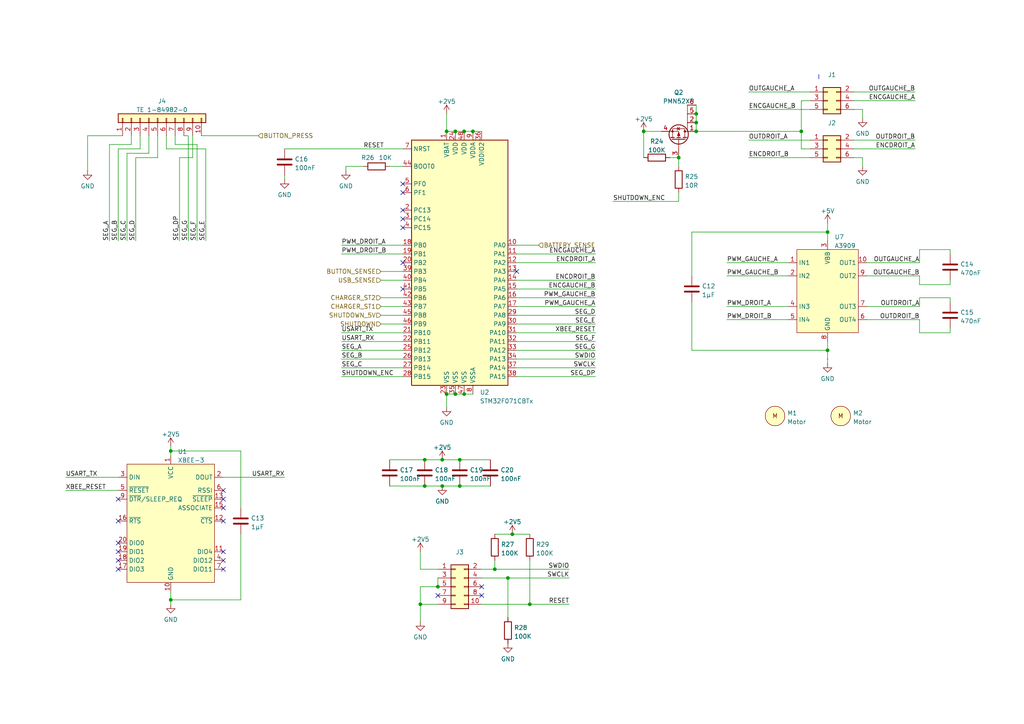
<source format=kicad_sch>
(kicad_sch (version 20211123) (generator eeschema)
  (paper "A4")
  (title_block (title "CPU + Com + Motors") (date "2023-03-29") (rev "2.1") (company "INSA - GEI"))
  (lib_symbols
    (symbol "Connector_Generic:Conn_01x10" (pin_names (offset 1.016) hide)
      (property "Reference" "J" (at 0 12.7 0))
      (property "Value" "Conn_01x10" (at 0 -15.24 0))
      (symbol "Conn_01x10_1_1"
        (rectangle (start -1.27 -12.573) (end 0 -12.827) (stroke (width 0.1524)))
        (rectangle (start -1.27 -10.033) (end 0 -10.287) (stroke (width 0.1524)))
        (rectangle (start -1.27 -7.493) (end 0 -7.747) (stroke (width 0.1524)))
        (rectangle (start -1.27 -4.953) (end 0 -5.207) (stroke (width 0.1524)))
        (rectangle (start -1.27 -2.413) (end 0 -2.667) (stroke (width 0.1524)))
        (rectangle (start -1.27 0.127) (end 0 -0.127) (stroke (width 0.1524)))
        (rectangle (start -1.27 2.667) (end 0 2.413) (stroke (width 0.1524)))
        (rectangle (start -1.27 5.207) (end 0 4.953) (stroke (width 0.1524)))
        (rectangle (start -1.27 7.747) (end 0 7.493) (stroke (width 0.1524)))
        (rectangle (start -1.27 10.287) (end 0 10.033) (stroke (width 0.1524)))
        (rectangle (start -1.27 11.43) (end 1.27 -13.97) (stroke (width 0.254)) (fill (type background)))
        (pin passive line (at -5.08 10.16 0) (length 3.81) (name "Pin_1") (number "1"))
        (pin passive line (at -5.08 -12.7 0) (length 3.81) (name "Pin_10") (number "10"))
        (pin passive line (at -5.08 7.62 0) (length 3.81) (name "Pin_2") (number "2"))
        (pin passive line (at -5.08 5.08 0) (length 3.81) (name "Pin_3") (number "3"))
        (pin passive line (at -5.08 2.54 0) (length 3.81) (name "Pin_4") (number "4"))
        (pin passive line (at -5.08 0 0) (length 3.81) (name "Pin_5") (number "5"))
        (pin passive line (at -5.08 -2.54 0) (length 3.81) (name "Pin_6") (number "6"))
        (pin passive line (at -5.08 -5.08 0) (length 3.81) (name "Pin_7") (number "7"))
        (pin passive line (at -5.08 -7.62 0) (length 3.81) (name "Pin_8") (number "8"))
        (pin passive line (at -5.08 -10.16 0) (length 3.81) (name "Pin_9") (number "9"))
      )
    )
    (symbol "Connector_Generic:Conn_02x03_Odd_Even" (pin_names (offset 1.016) hide)
      (property "Reference" "J" (at 1.27 5.08 0))
      (property "Value" "Conn_02x03_Odd_Even" (at 1.27 -5.08 0))
      (symbol "Conn_02x03_Odd_Even_1_1"
        (rectangle (start -1.27 -2.413) (end 0 -2.667) (stroke (width 0.1524)))
        (rectangle (start -1.27 0.127) (end 0 -0.127) (stroke (width 0.1524)))
        (rectangle (start -1.27 2.667) (end 0 2.413) (stroke (width 0.1524)))
        (rectangle (start -1.27 3.81) (end 3.81 -3.81) (stroke (width 0.254)) (fill (type background)))
        (rectangle (start 3.81 -2.413) (end 2.54 -2.667) (stroke (width 0.1524)))
        (rectangle (start 3.81 0.127) (end 2.54 -0.127) (stroke (width 0.1524)))
        (rectangle (start 3.81 2.667) (end 2.54 2.413) (stroke (width 0.1524)))
        (pin passive line (at -5.08 2.54 0) (length 3.81) (name "Pin_1") (number "1"))
        (pin passive line (at 7.62 2.54 180) (length 3.81) (name "Pin_2") (number "2"))
        (pin passive line (at -5.08 0 0) (length 3.81) (name "Pin_3") (number "3"))
        (pin passive line (at 7.62 0 180) (length 3.81) (name "Pin_4") (number "4"))
        (pin passive line (at -5.08 -2.54 0) (length 3.81) (name "Pin_5") (number "5"))
        (pin passive line (at 7.62 -2.54 180) (length 3.81) (name "Pin_6") (number "6"))
      )
    )
    (symbol "Connector_Generic:Conn_02x05_Odd_Even" (pin_names (offset 1.016) hide)
      (property "Reference" "J" (at 1.27 7.62 0))
      (property "Value" "Conn_02x05_Odd_Even" (at 1.27 -7.62 0))
      (symbol "Conn_02x05_Odd_Even_1_1"
        (rectangle (start -1.27 -4.953) (end 0 -5.207) (stroke (width 0.1524)))
        (rectangle (start -1.27 -2.413) (end 0 -2.667) (stroke (width 0.1524)))
        (rectangle (start -1.27 0.127) (end 0 -0.127) (stroke (width 0.1524)))
        (rectangle (start -1.27 2.667) (end 0 2.413) (stroke (width 0.1524)))
        (rectangle (start -1.27 5.207) (end 0 4.953) (stroke (width 0.1524)))
        (rectangle (start -1.27 6.35) (end 3.81 -6.35) (stroke (width 0.254)) (fill (type background)))
        (rectangle (start 3.81 -4.953) (end 2.54 -5.207) (stroke (width 0.1524)))
        (rectangle (start 3.81 -2.413) (end 2.54 -2.667) (stroke (width 0.1524)))
        (rectangle (start 3.81 0.127) (end 2.54 -0.127) (stroke (width 0.1524)))
        (rectangle (start 3.81 2.667) (end 2.54 2.413) (stroke (width 0.1524)))
        (rectangle (start 3.81 5.207) (end 2.54 4.953) (stroke (width 0.1524)))
        (pin passive line (at -5.08 5.08 0) (length 3.81) (name "Pin_1") (number "1"))
        (pin passive line (at 7.62 -5.08 180) (length 3.81) (name "Pin_10") (number "10"))
        (pin passive line (at 7.62 5.08 180) (length 3.81) (name "Pin_2") (number "2"))
        (pin passive line (at -5.08 2.54 0) (length 3.81) (name "Pin_3") (number "3"))
        (pin passive line (at 7.62 2.54 180) (length 3.81) (name "Pin_4") (number "4"))
        (pin passive line (at -5.08 0 0) (length 3.81) (name "Pin_5") (number "5"))
        (pin passive line (at 7.62 0 180) (length 3.81) (name "Pin_6") (number "6"))
        (pin passive line (at -5.08 -2.54 0) (length 3.81) (name "Pin_7") (number "7"))
        (pin passive line (at 7.62 -2.54 180) (length 3.81) (name "Pin_8") (number "8"))
        (pin passive line (at -5.08 -5.08 0) (length 3.81) (name "Pin_9") (number "9"))
      )
    )
    (symbol "Device:C" (pin_numbers hide) (pin_names (offset 0.254))
      (property "Reference" "C" (at 0.635 2.54 0))
      (property "Value" "C" (at 0.635 -2.54 0))
      (symbol "C_0_1"
        (polyline (pts (xy -2.032 -0.762) (xy 2.032 -0.762)) (stroke (width 0.508)))
        (polyline (pts (xy -2.032 0.762) (xy 2.032 0.762)) (stroke (width 0.508)))
      )
      (symbol "C_1_1"
        (pin passive line (at 0 3.81 270) (length 2.794) (name "~") (number "1"))
        (pin passive line (at 0 -3.81 90) (length 2.794) (name "~") (number "2"))
      )
    )
    (symbol "Device:R" (pin_numbers hide) (pin_names (offset 0))
      (property "Reference" "R" (at 2.032 0 90))
      (property "Value" "R" (at 0 0 90))
      (symbol "R_0_1"
        (rectangle (start -1.016 -2.54) (end 1.016 2.54) (stroke (width 0.254)))
      )
      (symbol "R_1_1"
        (pin passive line (at 0 3.81 270) (length 1.27) (name "~") (number "1"))
        (pin passive line (at 0 -3.81 90) (length 1.27) (name "~") (number "2"))
      )
    )
    (symbol "Insa:A3909"
      (property "Reference" "U" (at -7.62 15.24 0))
      (property "Value" "A3909" (at 6.35 -13.97 0))
      (symbol "A3909_0_1"
        (rectangle (start -8.89 12.7) (end 8.89 -11.43) (stroke (width 0.1524)) (fill (type background)))
        (rectangle (start 0 -19.05) (end 0 -19.05) (stroke (width 0.1524)))
        (rectangle (start 0 -19.05) (end 0 -19.05) (stroke (width 0.1524)))
        (rectangle (start 0 -19.05) (end 0 -19.05) (stroke (width 0.1524)))
        (rectangle (start 0 -19.05) (end 0 -19.05) (stroke (width 0.1524)))
      )
      (symbol "A3909_1_1"
        (pin input line (at -11.43 8.89 0) (length 2.54) (name "IN1") (number "1"))
        (pin output line (at 11.43 8.89 180) (length 2.54) (name "OUT1") (number "10"))
        (pin input line (at -11.43 5.08 0) (length 2.54) (name "IN2") (number "2"))
        (pin power_in line (at 0 15.24 270) (length 2.54) (name "VBB") (number "3"))
        (pin input line (at -11.43 -3.81 0) (length 2.54) (name "IN3") (number "4"))
        (pin input line (at -11.43 -7.62 0) (length 2.54) (name "IN4") (number "5"))
        (pin output line (at 11.43 -7.62 180) (length 2.54) (name "OUT4") (number "6"))
        (pin output line (at 11.43 -3.81 180) (length 2.54) (name "OUT3") (number "7"))
        (pin power_in line (at 0 -13.97 90) (length 2.54) (name "GND") (number "8"))
        (pin output line (at 11.43 5.08 180) (length 2.54) (name "OUT2") (number "9"))
      )
    )
    (symbol "Insa:Motor"
      (property "Reference" "M" (at 0 3.81 0))
      (property "Value" "Motor" (at 0 -5.08 0))
      (symbol "Motor_0_0"
        (text "M" (at 0 0 0) (effects (font (size 1.27 1.27))))
      )
      (symbol "Motor_0_1"
        (circle (center 0 0) (radius 2.8398) (stroke (width 0.1524)) (fill (type background)))
      )
    )
    (symbol "Insa:PMN52XP" (pin_names (offset 0) hide)
      (property "Reference" "Q" (at 5.08 1.27 0))
      (property "Value" "PMN52XP" (at 5.08 -1.27 0))
      (symbol "PMN52XP_0_1"
        (polyline (pts (xy 0.254 0) (xy -2.54 0)))
        (polyline (pts (xy 0.254 1.905) (xy 0.254 -1.905)) (stroke (width 0.254)))
        (polyline (pts (xy 0.762 -1.27) (xy 0.762 -2.286)) (stroke (width 0.254)))
        (polyline (pts (xy 0.762 0.508) (xy 0.762 -0.508)) (stroke (width 0.254)))
        (polyline (pts (xy 0.762 2.286) (xy 0.762 1.27)) (stroke (width 0.254)))
        (polyline (pts (xy 10.16 2.54) (xy 5.08 2.54)) (stroke (width 0.1524)))
        (polyline (pts (xy 2.54 -2.54) (xy 2.54 0) (xy 0.762 0)))
        (polyline (pts (xy 5.08 2.54) (xy 2.54 2.54) (xy 2.54 1.778)))
        (polyline (pts (xy 0.762 1.778) (xy 3.302 1.778) (xy 3.302 -1.778) (xy 0.762 -1.778)))
        (polyline (pts (xy 2.286 0) (xy 1.27 0.381) (xy 1.27 -0.381) (xy 2.286 0)) (fill (type outline)))
        (polyline (pts (xy 2.794 -0.508) (xy 2.921 -0.381) (xy 3.683 -0.381) (xy 3.81 -0.254)))
        (polyline (pts (xy 3.302 -0.381) (xy 2.921 0.254) (xy 3.683 0.254) (xy 3.302 -0.381)))
        (circle (center 1.651 0) (radius 2.794) (stroke (width 0.254)))
        (circle (center 2.54 -1.778) (radius 0.254) (fill (type outline)))
        (circle (center 2.54 1.778) (radius 0.254) (fill (type outline)))
      )
      (symbol "PMN52XP_1_1"
        (pin passive line (at 2.54 5.08 270) (length 2.54) (name "D") (number "1"))
        (pin passive line (at 5.08 5.08 270) (length 2.54) (name "D") (number "2"))
        (pin input line (at -5.08 0 0) (length 2.54) (name "G") (number "3"))
        (pin passive line (at 2.54 -5.08 90) (length 2.54) (name "S") (number "4"))
        (pin passive line (at 7.62 5.08 270) (length 2.54) (name "D") (number "5"))
        (pin passive line (at 10.16 5.08 270) (length 2.54) (name "D") (number "6"))
      )
    )
    (symbol "Insa:XBEE-3"
      (property "Reference" "U" (at -21.59 -17.78 0))
      (property "Value" "XBEE-3" (at -21.59 -17.78 0))
      (symbol "XBEE-3_0_1"
        (rectangle (start -12.7 36.83) (end 12.7 2.54) (stroke (width 0.1524)) (fill (type background)))
      )
      (symbol "XBEE-3_1_1"
        (pin power_in line (at 0 39.37 270) (length 2.54) (name "VCC") (number "1"))
        (pin power_in line (at 0 0 90) (length 2.54) (name "GND") (number "10"))
        (pin bidirectional line (at 15.24 11.43 180) (length 2.54) (name "DIO4") (number "11"))
        (pin output line (at 15.24 20.32 180) (length 2.54) (name "~{CTS}") (number "12"))
        (pin output line (at 15.24 26.67 180) (length 2.54) (name "~{SLEEP}") (number "13"))
        (pin output line (at 15.24 24.13 180) (length 2.54) (name "ASSOCIATE") (number "15"))
        (pin input line (at -15.24 20.32 0) (length 2.54) (name "~{RTS}") (number "16"))
        (pin bidirectional line (at -15.24 6.35 0) (length 2.54) (name "DIO3") (number "17"))
        (pin bidirectional line (at -15.24 8.89 0) (length 2.54) (name "DIO2") (number "18"))
        (pin bidirectional line (at -15.24 11.43 0) (length 2.54) (name "DIO1") (number "19"))
        (pin output line (at 15.24 33.02 180) (length 2.54) (name "DOUT") (number "2"))
        (pin bidirectional line (at -15.24 13.97 0) (length 2.54) (name "DIO0") (number "20"))
        (pin input line (at -15.24 33.02 0) (length 2.54) (name "DIN") (number "3"))
        (pin bidirectional line (at 15.24 8.89 180) (length 2.54) (name "DIO12") (number "4"))
        (pin input line (at -15.24 29.21 0) (length 2.54) (name "~{RESET}") (number "5"))
        (pin output line (at 15.24 29.21 180) (length 2.54) (name "RSSI") (number "6"))
        (pin bidirectional line (at 15.24 6.35 180) (length 2.54) (name "DIO11") (number "7"))
        (pin input line (at -15.24 26.67 0) (length 2.54) (name "~{DTR}/SLEEP_REQ") (number "9"))
      )
    )
    (symbol "MCU_ST_STM32F0:STM32F071CBTx"
      (property "Reference" "U" (at -15.24 36.83 0))
      (property "Value" "STM32F071CBTx" (at 7.62 36.83 0))
      (symbol "STM32F071CBTx_0_1"
        (rectangle (start -15.24 -35.56) (end 12.7 35.56) (stroke (width 0.254)) (fill (type background)))
      )
      (symbol "STM32F071CBTx_1_1"
        (pin power_in line (at -5.08 38.1 270) (length 2.54) (name "VBAT") (number "1"))
        (pin bidirectional line (at 15.24 5.08 180) (length 2.54) (name "PA0") (number "10"))
        (pin bidirectional line (at 15.24 2.54 180) (length 2.54) (name "PA1") (number "11"))
        (pin bidirectional line (at 15.24 0 180) (length 2.54) (name "PA2") (number "12"))
        (pin bidirectional line (at 15.24 -2.54 180) (length 2.54) (name "PA3") (number "13"))
        (pin bidirectional line (at 15.24 -5.08 180) (length 2.54) (name "PA4") (number "14"))
        (pin bidirectional line (at 15.24 -7.62 180) (length 2.54) (name "PA5") (number "15"))
        (pin bidirectional line (at 15.24 -10.16 180) (length 2.54) (name "PA6") (number "16"))
        (pin bidirectional line (at 15.24 -12.7 180) (length 2.54) (name "PA7") (number "17"))
        (pin bidirectional line (at -17.78 5.08 0) (length 2.54) (name "PB0") (number "18"))
        (pin bidirectional line (at -17.78 2.54 0) (length 2.54) (name "PB1") (number "19"))
        (pin bidirectional line (at -17.78 15.24 0) (length 2.54) (name "PC13") (number "2"))
        (pin bidirectional line (at -17.78 0 0) (length 2.54) (name "PB2") (number "20"))
        (pin bidirectional line (at -17.78 -20.32 0) (length 2.54) (name "PB10") (number "21"))
        (pin bidirectional line (at -17.78 -22.86 0) (length 2.54) (name "PB11") (number "22"))
        (pin power_in line (at -5.08 -38.1 90) (length 2.54) (name "VSS") (number "23"))
        (pin power_in line (at -2.54 38.1 270) (length 2.54) (name "VDD") (number "24"))
        (pin bidirectional line (at -17.78 -25.4 0) (length 2.54) (name "PB12") (number "25"))
        (pin bidirectional line (at -17.78 -27.94 0) (length 2.54) (name "PB13") (number "26"))
        (pin bidirectional line (at -17.78 -30.48 0) (length 2.54) (name "PB14") (number "27"))
        (pin bidirectional line (at -17.78 -33.02 0) (length 2.54) (name "PB15") (number "28"))
        (pin bidirectional line (at 15.24 -15.24 180) (length 2.54) (name "PA8") (number "29"))
        (pin bidirectional line (at -17.78 12.7 0) (length 2.54) (name "PC14") (number "3"))
        (pin bidirectional line (at 15.24 -17.78 180) (length 2.54) (name "PA9") (number "30"))
        (pin bidirectional line (at 15.24 -20.32 180) (length 2.54) (name "PA10") (number "31"))
        (pin bidirectional line (at 15.24 -22.86 180) (length 2.54) (name "PA11") (number "32"))
        (pin bidirectional line (at 15.24 -25.4 180) (length 2.54) (name "PA12") (number "33"))
        (pin bidirectional line (at 15.24 -27.94 180) (length 2.54) (name "PA13") (number "34"))
        (pin power_in line (at -2.54 -38.1 90) (length 2.54) (name "VSS") (number "35"))
        (pin power_in line (at 5.08 38.1 270) (length 2.54) (name "VDDIO2") (number "36"))
        (pin bidirectional line (at 15.24 -30.48 180) (length 2.54) (name "PA14") (number "37"))
        (pin bidirectional line (at 15.24 -33.02 180) (length 2.54) (name "PA15") (number "38"))
        (pin bidirectional line (at -17.78 -2.54 0) (length 2.54) (name "PB3") (number "39"))
        (pin bidirectional line (at -17.78 10.16 0) (length 2.54) (name "PC15") (number "4"))
        (pin bidirectional line (at -17.78 -5.08 0) (length 2.54) (name "PB4") (number "40"))
        (pin bidirectional line (at -17.78 -7.62 0) (length 2.54) (name "PB5") (number "41"))
        (pin bidirectional line (at -17.78 -10.16 0) (length 2.54) (name "PB6") (number "42"))
        (pin bidirectional line (at -17.78 -12.7 0) (length 2.54) (name "PB7") (number "43"))
        (pin input line (at -17.78 27.94 0) (length 2.54) (name "BOOT0") (number "44"))
        (pin bidirectional line (at -17.78 -15.24 0) (length 2.54) (name "PB8") (number "45"))
        (pin bidirectional line (at -17.78 -17.78 0) (length 2.54) (name "PB9") (number "46"))
        (pin power_in line (at 0 -38.1 90) (length 2.54) (name "VSS") (number "47"))
        (pin power_in line (at 0 38.1 270) (length 2.54) (name "VDD") (number "48"))
        (pin input line (at -17.78 22.86 0) (length 2.54) (name "PF0") (number "5"))
        (pin input line (at -17.78 20.32 0) (length 2.54) (name "PF1") (number "6"))
        (pin input line (at -17.78 33.02 0) (length 2.54) (name "NRST") (number "7"))
        (pin power_in line (at 2.54 -38.1 90) (length 2.54) (name "VSSA") (number "8"))
        (pin power_in line (at 2.54 38.1 270) (length 2.54) (name "VDDA") (number "9"))
      )
    )
    (symbol "power:+2V5" (power) (pin_names (offset 0))
      (property "Value" "+2V5" (at 0 3.556 0))
      (symbol "+2V5_0_1"
        (polyline (pts (xy -0.762 1.27) (xy 0 2.54)))
        (polyline (pts (xy 0 0) (xy 0 2.54)))
        (polyline (pts (xy 0 2.54) (xy 0.762 1.27)))
      )
      (symbol "+2V5_1_1"
        (pin power_in line (at 0 0 90) (length 0) hide (name "+2V5") (number "1"))
      )
    )
    (symbol "power:+5V" (power) (pin_names (offset 0))
      (property "Value" "+5V" (at 0 3.556 0))
      (symbol "+5V_0_1"
        (polyline (pts (xy -0.762 1.27) (xy 0 2.54)))
        (polyline (pts (xy 0 0) (xy 0 2.54)))
        (polyline (pts (xy 0 2.54) (xy 0.762 1.27)))
      )
      (symbol "+5V_1_1"
        (pin power_in line (at 0 0 90) (length 0) hide (name "+5V") (number "1"))
      )
    )
    (symbol "power:GND" (power) (pin_names (offset 0))
      (property "Value" "GND" (at 0 -3.81 0))
      (symbol "GND_0_1"
        (polyline (pts (xy 0 0) (xy 0 -1.27) (xy 1.27 -1.27) (xy 0 -2.54) (xy -1.27 -1.27) (xy 0 -1.27)))
      )
      (symbol "GND_1_1"
        (pin power_in line (at 0 0 270) (length 0) hide (name "GND") (number "1"))
      )
    )
  )
  (junction (at 129.54 38.1))
  (junction (at 128.27 140.97))
  (junction (at 132.08 114.3))
  (junction (at 240.03 101.6))
  (junction (at 201.93 33.02))
  (junction (at 49.53 130.81))
  (junction (at 240.03 67.31))
  (junction (at 201.93 38.1))
  (junction (at 153.67 175.26))
  (junction (at 201.93 35.56))
  (junction (at 49.53 173.99))
  (junction (at 123.19 140.97))
  (junction (at 186.69 38.1))
  (junction (at 127 170.18))
  (junction (at 196.85 45.72))
  (junction (at 147.32 167.64))
  (junction (at 143.51 165.1))
  (junction (at 137.16 38.1))
  (junction (at 232.41 38.1))
  (junction (at 134.62 114.3))
  (junction (at 148.59 154.94))
  (junction (at 132.08 38.1))
  (junction (at 134.62 38.1))
  (junction (at 133.35 133.35))
  (junction (at 133.35 140.97))
  (junction (at 128.27 133.35))
  (junction (at 129.54 114.3))
  (junction (at 121.92 175.26))
  (junction (at 123.19 133.35))
  (no_connect (at 116.84 66.04))
  (no_connect (at 149.86 78.74))
  (no_connect (at 116.84 83.82))
  (no_connect (at 116.84 76.2))
  (no_connect (at 116.84 60.96))
  (no_connect (at 116.84 63.5))
  (no_connect (at 116.84 55.88))
  (no_connect (at 116.84 53.34))
  (no_connect (at 34.29 144.78))
  (no_connect (at 64.77 151.13))
  (no_connect (at 64.77 160.02))
  (no_connect (at 64.77 162.56))
  (no_connect (at 64.77 165.1))
  (no_connect (at 64.77 142.24))
  (no_connect (at 64.77 144.78))
  (no_connect (at 64.77 147.32))
  (no_connect (at 34.29 165.1))
  (no_connect (at 34.29 162.56))
  (no_connect (at 34.29 160.02))
  (no_connect (at 34.29 157.48))
  (no_connect (at 34.29 151.13))
  (no_connect (at 127 172.72))
  (no_connect (at 139.7 172.72))
  (no_connect (at 139.7 170.18))
  (wire (pts (xy 250.19 31.75) (xy 250.19 34.29)))
  (wire (pts (xy 275.59 82.55) (xy 275.59 81.28)))
  (wire (pts (xy 200.66 67.31) (xy 240.03 67.31)))
  (wire (pts (xy 43.18 44.45) (xy 43.18 39.37)))
  (wire (pts (xy 39.37 45.72) (xy 39.37 69.85)))
  (wire (pts (xy 99.06 71.12) (xy 116.84 71.12)))
  (wire (pts (xy 232.41 43.18) (xy 234.95 43.18)))
  (wire (pts (xy 251.46 88.9) (xy 266.7 88.9)))
  (wire (pts (xy 201.93 35.56) (xy 201.93 38.1)))
  (wire (pts (xy 201.93 30.48) (xy 201.93 33.02)))
  (wire (pts (xy 266.7 88.9) (xy 266.7 86.36)))
  (wire (pts (xy 35.56 39.37) (xy 25.4 39.37)))
  (wire (pts (xy 129.54 114.3) (xy 129.54 118.11)))
  (wire (pts (xy 127 170.18) (xy 121.92 170.18)))
  (wire (pts (xy 247.65 31.75) (xy 250.19 31.75)))
  (wire (pts (xy 121.92 175.26) (xy 121.92 180.34)))
  (wire (pts (xy 113.03 133.35) (xy 123.19 133.35)))
  (wire (pts (xy 82.55 50.8) (xy 82.55 52.07)))
  (wire (pts (xy 132.08 114.3) (xy 134.62 114.3)))
  (wire (pts (xy 128.27 133.35) (xy 133.35 133.35)))
  (wire (pts (xy 19.05 142.24) (xy 34.29 142.24)))
  (wire (pts (xy 99.06 106.68) (xy 116.84 106.68)))
  (wire (pts (xy 149.86 109.22) (xy 172.72 109.22)))
  (wire (pts (xy 232.41 38.1) (xy 232.41 43.18)))
  (wire (pts (xy 247.65 40.64) (xy 265.43 40.64)))
  (wire (pts (xy 52.07 45.72) (xy 52.07 69.85)))
  (wire (pts (xy 200.66 80.01) (xy 200.66 67.31)))
  (wire (pts (xy 64.77 138.43) (xy 82.55 138.43)))
  (wire (pts (xy 69.85 130.81) (xy 69.85 147.32)))
  (wire (pts (xy 99.06 104.14) (xy 116.84 104.14)))
  (wire (pts (xy 217.17 45.72) (xy 234.95 45.72)))
  (wire (pts (xy 196.85 55.88) (xy 196.85 58.42)))
  (wire (pts (xy 132.08 38.1) (xy 134.62 38.1)))
  (wire (pts (xy 149.86 83.82) (xy 172.72 83.82)))
  (wire (pts (xy 36.83 44.45) (xy 36.83 69.85)))
  (wire (pts (xy 34.29 43.18) (xy 40.64 43.18)))
  (wire (pts (xy 266.7 92.71) (xy 266.7 96.52)))
  (wire (pts (xy 275.59 72.39) (xy 275.59 73.66)))
  (wire (pts (xy 275.59 95.25) (xy 275.59 96.52)))
  (wire (pts (xy 49.53 173.99) (xy 69.85 173.99)))
  (wire (pts (xy 210.82 80.01) (xy 228.6 80.01)))
  (wire (pts (xy 148.59 154.94) (xy 153.67 154.94)))
  (wire (pts (xy 133.35 133.35) (xy 142.24 133.35)))
  (wire (pts (xy 54.61 39.37) (xy 54.61 69.85)))
  (wire (pts (xy 110.49 91.44) (xy 116.84 91.44)))
  (wire (pts (xy 149.86 81.28) (xy 172.72 81.28)))
  (wire (pts (xy 129.54 33.02) (xy 129.54 38.1)))
  (wire (pts (xy 127 167.64) (xy 127 170.18)))
  (wire (pts (xy 210.82 88.9) (xy 228.6 88.9)))
  (wire (pts (xy 149.86 88.9) (xy 172.72 88.9)))
  (wire (pts (xy 153.67 175.26) (xy 165.1 175.26)))
  (wire (pts (xy 200.66 87.63) (xy 200.66 101.6)))
  (wire (pts (xy 266.7 80.01) (xy 266.7 82.55)))
  (wire (pts (xy 240.03 99.06) (xy 240.03 101.6)))
  (wire (pts (xy 149.86 96.52) (xy 172.72 96.52)))
  (wire (pts (xy 217.17 40.64) (xy 234.95 40.64)))
  (wire (pts (xy 240.03 64.77) (xy 240.03 67.31)))
  (wire (pts (xy 201.93 33.02) (xy 201.93 35.56)))
  (wire (pts (xy 232.41 29.21) (xy 232.41 38.1)))
  (wire (pts (xy 99.06 96.52) (xy 116.84 96.52)))
  (wire (pts (xy 149.86 71.12) (xy 156.21 71.12)))
  (wire (pts (xy 149.86 104.14) (xy 172.72 104.14)))
  (wire (pts (xy 110.49 81.28) (xy 116.84 81.28)))
  (wire (pts (xy 69.85 154.94) (xy 69.85 173.99)))
  (wire (pts (xy 99.06 101.6) (xy 116.84 101.6)))
  (wire (pts (xy 128.27 140.97) (xy 133.35 140.97)))
  (wire (pts (xy 139.7 165.1) (xy 143.51 165.1)))
  (wire (pts (xy 129.54 114.3) (xy 132.08 114.3)))
  (wire (pts (xy 247.65 26.67) (xy 265.43 26.67)))
  (wire (pts (xy 31.75 41.91) (xy 38.1 41.91)))
  (wire (pts (xy 147.32 167.64) (xy 147.32 179.07)))
  (wire (pts (xy 210.82 92.71) (xy 228.6 92.71)))
  (wire (pts (xy 113.03 140.97) (xy 123.19 140.97)))
  (wire (pts (xy 55.88 39.37) (xy 55.88 45.72)))
  (wire (pts (xy 247.65 45.72) (xy 250.19 45.72)))
  (wire (pts (xy 121.92 170.18) (xy 121.92 175.26)))
  (wire (pts (xy 34.29 43.18) (xy 34.29 69.85)))
  (wire (pts (xy 149.86 101.6) (xy 172.72 101.6)))
  (wire (pts (xy 49.53 173.99) (xy 49.53 175.26)))
  (polyline (pts (xy 237.49 21.59) (xy 237.49 22.86)))
  (wire (pts (xy 99.06 73.66) (xy 116.84 73.66)))
  (wire (pts (xy 139.7 175.26) (xy 153.67 175.26)))
  (wire (pts (xy 275.59 86.36) (xy 275.59 87.63)))
  (wire (pts (xy 110.49 88.9) (xy 116.84 88.9)))
  (wire (pts (xy 99.06 109.22) (xy 116.84 109.22)))
  (wire (pts (xy 217.17 26.67) (xy 234.95 26.67)))
  (wire (pts (xy 143.51 162.56) (xy 143.51 165.1)))
  (wire (pts (xy 250.19 45.72) (xy 250.19 48.26)))
  (wire (pts (xy 38.1 41.91) (xy 38.1 39.37)))
  (wire (pts (xy 57.15 41.91) (xy 50.8 41.91)))
  (wire (pts (xy 149.86 86.36) (xy 172.72 86.36)))
  (wire (pts (xy 40.64 43.18) (xy 40.64 39.37)))
  (wire (pts (xy 240.03 67.31) (xy 240.03 69.85)))
  (wire (pts (xy 49.53 171.45) (xy 49.53 173.99)))
  (wire (pts (xy 251.46 76.2) (xy 266.7 76.2)))
  (wire (pts (xy 110.49 86.36) (xy 116.84 86.36)))
  (wire (pts (xy 194.31 45.72) (xy 196.85 45.72)))
  (wire (pts (xy 247.65 43.18) (xy 265.43 43.18)))
  (wire (pts (xy 217.17 31.75) (xy 234.95 31.75)))
  (wire (pts (xy 129.54 38.1) (xy 132.08 38.1)))
  (wire (pts (xy 49.53 129.54) (xy 49.53 130.81)))
  (wire (pts (xy 19.05 138.43) (xy 34.29 138.43)))
  (wire (pts (xy 149.86 93.98) (xy 172.72 93.98)))
  (wire (pts (xy 82.55 43.18) (xy 116.84 43.18)))
  (wire (pts (xy 143.51 154.94) (xy 148.59 154.94)))
  (wire (pts (xy 39.37 45.72) (xy 45.72 45.72)))
  (wire (pts (xy 52.07 45.72) (xy 55.88 45.72)))
  (wire (pts (xy 57.15 41.91) (xy 57.15 69.85)))
  (wire (pts (xy 48.26 39.37) (xy 48.26 43.18)))
  (wire (pts (xy 31.75 41.91) (xy 31.75 69.85)))
  (wire (pts (xy 240.03 101.6) (xy 240.03 105.41)))
  (wire (pts (xy 143.51 165.1) (xy 165.1 165.1)))
  (wire (pts (xy 123.19 133.35) (xy 128.27 133.35)))
  (wire (pts (xy 59.69 43.18) (xy 59.69 69.85)))
  (wire (pts (xy 186.69 45.72) (xy 186.69 38.1)))
  (wire (pts (xy 153.67 162.56) (xy 153.67 175.26)))
  (wire (pts (xy 149.86 76.2) (xy 172.72 76.2)))
  (wire (pts (xy 134.62 38.1) (xy 137.16 38.1)))
  (wire (pts (xy 201.93 38.1) (xy 232.41 38.1)))
  (wire (pts (xy 210.82 76.2) (xy 228.6 76.2)))
  (wire (pts (xy 266.7 96.52) (xy 275.59 96.52)))
  (wire (pts (xy 266.7 82.55) (xy 275.59 82.55)))
  (wire (pts (xy 100.33 48.26) (xy 100.33 49.53)))
  (wire (pts (xy 266.7 76.2) (xy 266.7 72.39)))
  (wire (pts (xy 200.66 101.6) (xy 240.03 101.6)))
  (wire (pts (xy 59.69 43.18) (xy 48.26 43.18)))
  (wire (pts (xy 49.53 130.81) (xy 69.85 130.81)))
  (wire (pts (xy 25.4 39.37) (xy 25.4 49.53)))
  (wire (pts (xy 147.32 167.64) (xy 165.1 167.64)))
  (wire (pts (xy 50.8 39.37) (xy 50.8 41.91)))
  (wire (pts (xy 266.7 86.36) (xy 275.59 86.36)))
  (wire (pts (xy 36.83 44.45) (xy 43.18 44.45)))
  (wire (pts (xy 110.49 93.98) (xy 116.84 93.98)))
  (wire (pts (xy 54.61 39.37) (xy 53.34 39.37)))
  (wire (pts (xy 99.06 99.06) (xy 116.84 99.06)))
  (wire (pts (xy 105.41 48.26) (xy 100.33 48.26)))
  (wire (pts (xy 186.69 38.1) (xy 191.77 38.1)))
  (wire (pts (xy 49.53 130.81) (xy 49.53 132.08)))
  (wire (pts (xy 110.49 78.74) (xy 116.84 78.74)))
  (wire (pts (xy 149.86 91.44) (xy 172.72 91.44)))
  (wire (pts (xy 149.86 106.68) (xy 172.72 106.68)))
  (wire (pts (xy 251.46 80.01) (xy 266.7 80.01)))
  (wire (pts (xy 45.72 45.72) (xy 45.72 39.37)))
  (wire (pts (xy 247.65 29.21) (xy 265.43 29.21)))
  (wire (pts (xy 251.46 92.71) (xy 266.7 92.71)))
  (wire (pts (xy 139.7 167.64) (xy 147.32 167.64)))
  (wire (pts (xy 133.35 140.97) (xy 142.24 140.97)))
  (wire (pts (xy 149.86 73.66) (xy 172.72 73.66)))
  (wire (pts (xy 121.92 175.26) (xy 127 175.26)))
  (wire (pts (xy 121.92 160.02) (xy 121.92 165.1)))
  (wire (pts (xy 134.62 114.3) (xy 137.16 114.3)))
  (wire (pts (xy 58.42 39.37) (xy 74.93 39.37)))
  (wire (pts (xy 127 165.1) (xy 121.92 165.1)))
  (wire (pts (xy 266.7 72.39) (xy 275.59 72.39)))
  (wire (pts (xy 123.19 140.97) (xy 128.27 140.97)))
  (wire (pts (xy 137.16 38.1) (xy 139.7 38.1)))
  (wire (pts (xy 113.03 48.26) (xy 116.84 48.26)))
  (wire (pts (xy 196.85 45.72) (xy 196.85 48.26)))
  (wire (pts (xy 177.8 58.42) (xy 196.85 58.42)))
  (wire (pts (xy 232.41 29.21) (xy 234.95 29.21)))
  (wire (pts (xy 149.86 99.06) (xy 172.72 99.06)))
  (label "ENCDROIT_B" (at 172.72 81.28 180))
  (label "USART_TX" (at 19.05 138.43 0))
  (label "SHUTDOWN_ENC" (at 99.06 109.22 0))
  (label "PWM_DROIT_B" (at 210.82 92.71 0))
  (label "SEG_G" (at 172.72 101.6 180))
  (label "SEG_F" (at 57.15 69.85 90))
  (label "SEG_A" (at 31.75 69.85 90))
  (label "PWM_DROIT_A" (at 210.82 88.9 0))
  (label "USART_RX" (at 99.06 99.06 0))
  (label "SEG_DP" (at 172.72 109.22 180))
  (label "SEG_G" (at 54.61 69.85 90))
  (label "PWM_GAUCHE_A" (at 210.82 76.2 0))
  (label "OUTDROIT_A" (at 217.17 40.64 0))
  (label "ENCDROIT_A" (at 265.43 43.18 180))
  (label "ENCDROIT_A" (at 172.72 76.2 180))
  (label "SWCLK" (at 172.72 106.68 180))
  (label "ENCGAUCHE_A" (at 172.72 73.66 180))
  (label "SEG_C" (at 36.83 69.85 90))
  (label "SEG_DP" (at 52.07 69.85 90))
  (label "PWM_DROIT_B" (at 99.06 73.66 0))
  (label "PWM_GAUCHE_B" (at 172.72 86.36 180))
  (label "OUTGAUCHE_B" (at 266.7 80.01 180))
  (label "PWM_GAUCHE_B" (at 210.82 80.01 0))
  (label "OUTGAUCHE_B" (at 265.43 26.67 180))
  (label "PWM_DROIT_A" (at 99.06 71.12 0))
  (label "USART_RX" (at 82.55 138.43 180))
  (label "USART_TX" (at 99.06 96.52 0))
  (label "ENCGAUCHE_B" (at 172.72 83.82 180))
  (label "SWCLK" (at 165.1 167.64 180))
  (label "XBEE_RESET" (at 19.05 142.24 0))
  (label "XBEE_RESET" (at 172.72 96.52 180))
  (label "SEG_E" (at 59.69 69.85 90))
  (label "SHUTDOWN_ENC" (at 177.8 58.42 0))
  (label "ENCDROIT_B" (at 217.17 45.72 0))
  (label "OUTDROIT_B" (at 265.43 40.64 180))
  (label "ENCGAUCHE_B" (at 217.17 31.75 0))
  (label "OUTGAUCHE_A" (at 217.17 26.67 0))
  (label "SEG_B" (at 99.06 104.14 0))
  (label "OUTGAUCHE_A" (at 266.7 76.2 180))
  (label "SWDIO" (at 172.72 104.14 180))
  (label "PWM_GAUCHE_A" (at 172.72 88.9 180))
  (label "OUTDROIT_B" (at 266.7 92.71 180))
  (label "RESET" (at 165.1 175.26 180))
  (label "SEG_A" (at 99.06 101.6 0))
  (label "SEG_C" (at 99.06 106.68 0))
  (label "OUTDROIT_A" (at 266.7 88.9 180))
  (label "SEG_E" (at 172.72 93.98 180))
  (label "SEG_D" (at 172.72 91.44 180))
  (label "SEG_B" (at 34.29 69.85 90))
  (label "ENCGAUCHE_A" (at 265.43 29.21 180))
  (label "SEG_D" (at 39.37 69.85 90))
  (label "SWDIO" (at 165.1 165.1 180))
  (label "RESET" (at 105.41 43.18 0))
  (label "SEG_F" (at 172.72 99.06 180))
  (hierarchical_label "BUTTON_PRESS" (shape input) (at 74.93 39.37 0))
  (hierarchical_label "CHARGER_ST1" (shape input) (at 110.49 88.9 180))
  (hierarchical_label "USB_SENSE" (shape input) (at 110.49 81.28 180))
  (hierarchical_label "SHUTDOWN" (shape input) (at 110.49 93.98 180))
  (hierarchical_label "BATTERY_SENSE" (shape input) (at 156.21 71.12 0))
  (hierarchical_label "BUTTON_SENSE" (shape input) (at 110.49 78.74 180))
  (hierarchical_label "SHUTDOWN_5V" (shape input) (at 110.49 91.44 180))
  (hierarchical_label "CHARGER_ST2" (shape input) (at 110.49 86.36 180))
  (symbol (lib_id "power:GND") (at 100.33 49.53 0) (unit 1)
    (property "Reference" "#PWR030" (effects hide))
    (property "Value" "GND" (at 100.33 53.9734 0))
  )
  (symbol (lib_id "Device:C") (at 275.59 77.47 0) (unit 1)
    (property "Reference" "C14" (at 278.511 76.6353 0) (effects (justify left)))
    (property "Value" "470nF" (at 278.511 79.1722 0) (effects (justify left)))
    (property "Footprint" "Capacitor_SMD:C_0805_2012Metric" (effects hide))
  )
  (symbol (lib_id "power:GND") (at 147.32 186.69 0) (unit 1)
    (property "Reference" "#PWR033" (effects hide))
    (property "Value" "GND" (at 147.32 191.1334 0))
  )
  (symbol (lib_id "power:+2V5") (at 49.53 129.54 0) (unit 1)
    (property "Reference" "#PWR0103" (effects hide))
    (property "Value" "+2V5" (at 49.53 125.9642 0))
  )
  (symbol (lib_id "power:GND") (at 240.03 105.41 0) (unit 1)
    (property "Reference" "#PWR0106" (effects hide))
    (property "Value" "GND" (at 240.03 109.8534 0))
  )
  (symbol (lib_id "power:GND") (at 25.4 49.53 0) (unit 1)
    (property "Reference" "#PWR027" (effects hide))
    (property "Value" "GND" (at 25.4 53.9734 0))
  )
  (symbol (lib_id "Device:C") (at 200.66 83.82 0) (unit 1)
    (property "Reference" "C12" (at 203.581 82.9853 0) (effects (justify left)))
    (property "Value" "1µF" (at 203.581 85.5222 0) (effects (justify left)))
    (property "Footprint" "Capacitor_SMD:C_0805_2012Metric" (effects hide))
  )
  (symbol (lib_id "Device:C") (at 113.03 137.16 0) (unit 1)
    (property "Reference" "C17" (at 115.951 136.3253 0) (effects (justify left)))
    (property "Value" "100nF" (at 115.951 138.8622 0) (effects (justify left)))
    (property "Footprint" "Capacitor_SMD:C_0805_2012Metric" (effects hide))
  )
  (symbol (lib_id "Device:C") (at 275.59 91.44 0) (unit 1)
    (property "Reference" "C15" (at 278.511 90.6053 0) (effects (justify left)))
    (property "Value" "470nF" (at 278.511 93.1422 0) (effects (justify left)))
    (property "Footprint" "Capacitor_SMD:C_0805_2012Metric" (effects hide))
  )
  (symbol (lib_id "power:GND") (at 49.53 175.26 0) (unit 1)
    (property "Reference" "#PWR0101" (effects hide))
    (property "Value" "GND" (at 49.53 179.7034 0))
  )
  (symbol (lib_id "Device:C") (at 69.85 151.13 0) (unit 1)
    (property "Reference" "C13" (at 72.771 150.2953 0) (effects (justify left)))
    (property "Value" "1µF" (at 72.771 152.8322 0) (effects (justify left)))
    (property "Footprint" "Capacitor_SMD:C_0805_2012Metric" (effects hide))
  )
  (symbol (lib_id "power:+5V") (at 240.03 64.77 0) (unit 1)
    (property "Reference" "#PWR024" (effects hide))
    (property "Value" "+5V" (at 240.03 61.1942 0))
  )
  (symbol (lib_id "Device:R") (at 153.67 158.75 0) (unit 1)
    (property "Reference" "R29" (at 155.448 157.9153 0) (effects (justify left)))
    (property "Value" "100K" (at 155.448 160.4522 0) (effects (justify left)))
    (property "Footprint" "Resistor_SMD:R_0805_2012Metric" (effects hide))
  )
  (symbol (lib_id "power:GND") (at 250.19 48.26 0) (unit 1)
    (property "Reference" "#PWR023" (effects hide))
    (property "Value" "GND" (at 250.19 52.7034 0))
  )
  (symbol (lib_id "Device:C") (at 142.24 137.16 0) (unit 1)
    (property "Reference" "C20" (at 145.161 136.3253 0) (effects (justify left)))
    (property "Value" "100nF" (at 145.161 138.8622 0) (effects (justify left)))
    (property "Footprint" "Capacitor_SMD:C_0805_2012Metric" (effects hide))
  )
  (symbol (lib_id "Device:C") (at 82.55 46.99 0) (unit 1)
    (property "Reference" "C16" (at 85.471 46.1553 0) (effects (justify left)))
    (property "Value" "100nF" (at 85.471 48.6922 0) (effects (justify left)))
    (property "Footprint" "Capacitor_SMD:C_0805_2012Metric" (effects hide))
  )
  (symbol (lib_id "power:GND") (at 82.55 52.07 0) (unit 1)
    (property "Reference" "#PWR028" (effects hide))
    (property "Value" "GND" (at 82.55 56.5134 0))
  )
  (symbol (lib_id "power:GND") (at 250.19 34.29 0) (unit 1)
    (property "Reference" "#PWR0104" (effects hide))
    (property "Value" "GND" (at 250.19 38.7334 0))
  )
  (symbol (lib_id "power:+2V5") (at 128.27 133.35 0) (unit 1)
    (property "Reference" "#PWR0109" (effects hide))
    (property "Value" "+2V5" (at 128.27 129.7742 0))
  )
  (symbol (lib_id "power:GND") (at 121.92 180.34 0) (unit 1)
    (property "Reference" "#PWR032" (effects hide))
    (property "Value" "GND" (at 121.92 184.7834 0))
  )
  (symbol (lib_id "Device:R") (at 109.22 48.26 90) (unit 1)
    (property "Reference" "R26" (at 106.68 45.72 90))
    (property "Value" "10K" (at 111.76 45.72 90))
    (property "Footprint" "Resistor_SMD:R_0805_2012Metric" (effects hide))
  )
  (symbol (lib_id "power:+2V5") (at 121.92 160.02 0) (unit 1)
    (property "Reference" "#PWR031" (effects hide))
    (property "Value" "+2V5" (at 121.92 156.4442 0))
  )
  (symbol (lib_id "power:+2V5") (at 148.59 154.94 0) (unit 1)
    (property "Reference" "#PWR034" (effects hide))
    (property "Value" "+2V5" (at 148.59 151.3642 0))
  )
  (symbol (lib_id "Device:C") (at 133.35 137.16 0) (unit 1)
    (property "Reference" "C19" (at 136.271 136.3253 0) (effects (justify left)))
    (property "Value" "100nF" (at 136.271 138.8622 0) (effects (justify left)))
    (property "Footprint" "Capacitor_SMD:C_0805_2012Metric" (effects hide))
  )
  (symbol (lib_id "Insa:XBEE-3") (at 49.53 171.45 0) (unit 1)
    (property "Reference" "U1" (at 51.5494 130.971 0) (effects (justify left)))
    (property "Value" "XBEE-3" (at 51.5494 133.5079 0) (effects (justify left)))
    (property "Footprint" "INSA:XBEE-3-TH" (effects hide))
  )
  (symbol (lib_id "MCU_ST_STM32F0:STM32F071CBTx") (at 134.62 76.2 0) (unit 1)
    (property "Reference" "U2" (at 139.1794 113.7904 0) (effects (justify left)))
    (property "Value" "STM32F071CBTx" (at 139.1794 116.3273 0) (effects (justify left)))
    (property "Footprint" "Package_QFP:LQFP-48_7x7mm_P0.5mm" (effects hide))
    (property "Datasheet" "http://www.st.com/st-web-ui/static/active/en/resource/technical/document/datasheet/DM00098745.pdf" (effects hide))
  )
  (symbol (lib_id "Connector_Generic:Conn_02x03_Odd_Even") (at 240.03 29.21 0) (unit 1)
    (property "Reference" "J1" (at 241.3 21.7002 0))
    (property "Value" "Conn_02x03_Odd_Even" (effects hide))
    (property "Footprint" "Connector_IDC:IDC-Header_2x03_P2.54mm_Vertical" (effects hide))
  )
  (symbol (lib_id "Device:R") (at 190.5 45.72 90) (unit 1)
    (property "Reference" "R24" (at 190.5 41.0042 90))
    (property "Value" "100K" (at 190.5 43.5411 90))
    (property "Footprint" "Resistor_SMD:R_0805_2012Metric" (effects hide))
  )
  (symbol (lib_id "Insa:Motor") (at 224.79 120.65 0) (unit 1)
    (property "Reference" "M1" (at 228.341 119.8153 0) (effects (justify left)))
    (property "Value" "Motor" (at 228.341 122.3522 0) (effects (justify left)))
    (property "Footprint" "INSA:Motor Pololu HPCB with encoder" (effects hide))
  )
  (symbol (lib_id "Insa:PMN52XP") (at 196.85 40.64 270) (mirror x) (unit 1)
    (property "Reference" "Q2" (at 196.85 26.831 90))
    (property "Value" "PMN52XP" (at 196.85 29.3679 90))
    (property "Footprint" "Package_SO:TSOP-6_1.65x3.05mm_P0.95mm" (effects hide))
  )
  (symbol (lib_id "Device:R") (at 147.32 182.88 0) (unit 1)
    (property "Reference" "R28" (at 149.098 182.0453 0) (effects (justify left)))
    (property "Value" "100K" (at 149.098 184.5822 0) (effects (justify left)))
    (property "Footprint" "Resistor_SMD:R_0805_2012Metric" (effects hide))
  )
  (symbol (lib_id "Insa:A3909") (at 240.03 85.09 0) (unit 1)
    (property "Reference" "U7" (at 242.0494 68.741 0) (effects (justify left)))
    (property "Value" "A3909" (at 242.0494 71.2779 0) (effects (justify left)))
    (property "Footprint" "Package_SO:SSOP-10_3.9x4.9mm_P1.00mm" (effects hide))
  )
  (symbol (lib_id "Connector_Generic:Conn_02x03_Odd_Even") (at 240.03 43.18 0) (unit 1)
    (property "Reference" "J2" (at 241.3 35.6702 0))
    (property "Value" "Conn_02x03_Odd_Even" (effects hide))
    (property "Footprint" "Connector_IDC:IDC-Header_2x03_P2.54mm_Vertical" (effects hide))
  )
  (symbol (lib_id "power:GND") (at 129.54 118.11 0) (unit 1)
    (property "Reference" "#PWR0107" (effects hide))
    (property "Value" "GND" (at 129.54 122.5534 0))
  )
  (symbol (lib_id "Device:R") (at 196.85 52.07 0) (unit 1)
    (property "Reference" "R25" (at 198.628 51.2353 0) (effects (justify left)))
    (property "Value" "10R" (at 198.628 53.7722 0) (effects (justify left)))
    (property "Footprint" "Resistor_SMD:R_0805_2012Metric" (effects hide))
  )
  (symbol (lib_id "Connector_Generic:Conn_01x10") (at 45.72 34.29 90) (unit 1)
    (property "Reference" "J4" (at 46.99 29.3202 90))
    (property "Value" "TE 1-84982-0" (at 46.99 31.8571 90))
    (property "Footprint" "INSA:TE 1-84982-0" (effects hide))
  )
  (symbol (lib_id "Device:C") (at 123.19 137.16 0) (unit 1)
    (property "Reference" "C18" (at 126.111 136.3253 0) (effects (justify left)))
    (property "Value" "100nF" (at 126.111 138.8622 0) (effects (justify left)))
    (property "Footprint" "Capacitor_SMD:C_0805_2012Metric" (effects hide))
  )
  (symbol (lib_id "power:+2V5") (at 129.54 33.02 0) (unit 1)
    (property "Reference" "#PWR0108" (effects hide))
    (property "Value" "+2V5" (at 129.54 29.4442 0))
  )
  (symbol (lib_id "Device:R") (at 143.51 158.75 0) (unit 1)
    (property "Reference" "R27" (at 145.288 157.9153 0) (effects (justify left)))
    (property "Value" "100K" (at 145.288 160.4522 0) (effects (justify left)))
    (property "Footprint" "Resistor_SMD:R_0805_2012Metric" (effects hide))
  )
  (symbol (lib_id "power:GND") (at 128.27 140.97 0) (unit 1)
    (property "Reference" "#PWR0105" (effects hide))
    (property "Value" "GND" (at 128.27 145.4134 0))
  )
  (symbol (lib_id "Connector_Generic:Conn_02x05_Odd_Even") (at 132.08 170.18 0) (unit 1)
    (property "Reference" "J3" (at 133.35 160.1302 0))
    (property "Value" "Conn_02x05_Odd_Even" (effects hide))
    (property "Footprint" "Connector_PinHeader_1.27mm:PinHeader_2x05_P1.27mm_Horizontal" (effects hide))
  )
  (symbol (lib_id "Insa:Motor") (at 243.84 120.65 0) (unit 1)
    (property "Reference" "M2" (at 247.391 119.8153 0) (effects (justify left)))
    (property "Value" "Motor" (at 247.391 122.3522 0) (effects (justify left)))
    (property "Footprint" "INSA:Motor Pololu HPCB with encoder" (effects hide))
  )
  (symbol (lib_id "power:+2V5") (at 186.69 38.1 0) (unit 1)
    (property "Reference" "#PWR021" (effects hide))
    (property "Value" "+2V5" (at 186.69 34.5242 0))
  )
)
</source>
